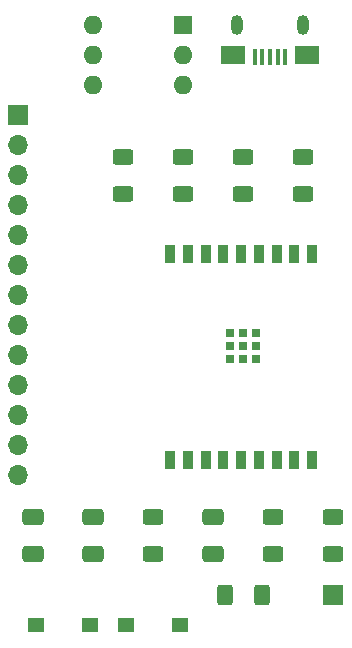
<source format=gbr>
%TF.GenerationSoftware,KiCad,Pcbnew,8.0.4-8.0.4-0~ubuntu22.04.1*%
%TF.CreationDate,2024-08-06T20:40:26+03:00*%
%TF.ProjectId,PM-ESPC3,504d2d45-5350-4433-932e-6b696361645f,rev?*%
%TF.SameCoordinates,Original*%
%TF.FileFunction,Soldermask,Top*%
%TF.FilePolarity,Negative*%
%FSLAX46Y46*%
G04 Gerber Fmt 4.6, Leading zero omitted, Abs format (unit mm)*
G04 Created by KiCad (PCBNEW 8.0.4-8.0.4-0~ubuntu22.04.1) date 2024-08-06 20:40:26*
%MOMM*%
%LPD*%
G01*
G04 APERTURE LIST*
G04 Aperture macros list*
%AMRoundRect*
0 Rectangle with rounded corners*
0 $1 Rounding radius*
0 $2 $3 $4 $5 $6 $7 $8 $9 X,Y pos of 4 corners*
0 Add a 4 corners polygon primitive as box body*
4,1,4,$2,$3,$4,$5,$6,$7,$8,$9,$2,$3,0*
0 Add four circle primitives for the rounded corners*
1,1,$1+$1,$2,$3*
1,1,$1+$1,$4,$5*
1,1,$1+$1,$6,$7*
1,1,$1+$1,$8,$9*
0 Add four rect primitives between the rounded corners*
20,1,$1+$1,$2,$3,$4,$5,0*
20,1,$1+$1,$4,$5,$6,$7,0*
20,1,$1+$1,$6,$7,$8,$9,0*
20,1,$1+$1,$8,$9,$2,$3,0*%
G04 Aperture macros list end*
%ADD10R,1.346200X1.244600*%
%ADD11RoundRect,0.250000X-0.650000X0.412500X-0.650000X-0.412500X0.650000X-0.412500X0.650000X0.412500X0*%
%ADD12R,0.889000X1.498600*%
%ADD13R,0.711200X0.711200*%
%ADD14R,0.406400X1.350000*%
%ADD15R,2.108200X1.600200*%
%ADD16O,1.000000X1.700000*%
%ADD17RoundRect,0.250000X-0.625000X0.400000X-0.625000X-0.400000X0.625000X-0.400000X0.625000X0.400000X0*%
%ADD18RoundRect,0.250000X0.400000X0.625000X-0.400000X0.625000X-0.400000X-0.625000X0.400000X-0.625000X0*%
%ADD19RoundRect,0.250000X0.625000X-0.400000X0.625000X0.400000X-0.625000X0.400000X-0.625000X-0.400000X0*%
%ADD20RoundRect,0.250000X0.650000X-0.412500X0.650000X0.412500X-0.650000X0.412500X-0.650000X-0.412500X0*%
%ADD21R,1.600000X1.600000*%
%ADD22O,1.600000X1.600000*%
%ADD23R,1.700000X1.700000*%
%ADD24O,1.700000X1.700000*%
G04 APERTURE END LIST*
D10*
%TO.C,SW2*%
X61214000Y-121920000D03*
X65786000Y-121920000D03*
%TD*%
D11*
%TO.C,C1*%
X76200000Y-112737500D03*
X76200000Y-115862500D03*
%TD*%
D12*
%TO.C,U1*%
X72540002Y-107950000D03*
X74040001Y-107950000D03*
X75540001Y-107950000D03*
X77040000Y-107950000D03*
X78540000Y-107950000D03*
X80040000Y-107950000D03*
X81540002Y-107950000D03*
X83040001Y-107950000D03*
X84540001Y-107950000D03*
X84539998Y-90450000D03*
X83039999Y-90450000D03*
X81539999Y-90450000D03*
X80040000Y-90450000D03*
X78540000Y-90450000D03*
X77040000Y-90450000D03*
X75539998Y-90450000D03*
X74039999Y-90450000D03*
X72539999Y-90450000D03*
D13*
X77640000Y-99340000D03*
X78740000Y-99340000D03*
X79840000Y-99340000D03*
X77640000Y-98240000D03*
X78740000Y-98240000D03*
X79840000Y-98240000D03*
X77640000Y-97140000D03*
X78740000Y-97140000D03*
X79840000Y-97140000D03*
%TD*%
D14*
%TO.C,J1*%
X82295000Y-73795108D03*
X81645014Y-73795108D03*
X80995028Y-73795108D03*
X80345042Y-73795108D03*
D15*
X84095027Y-73670000D03*
D16*
X83820029Y-71119992D03*
D14*
X79695056Y-73795108D03*
D16*
X78170027Y-71119992D03*
D15*
X77895029Y-73670000D03*
%TD*%
D17*
%TO.C,R7*%
X73660000Y-82270000D03*
X73660000Y-85370000D03*
%TD*%
%TO.C,R5*%
X83820000Y-82270000D03*
X83820000Y-85370000D03*
%TD*%
D18*
%TO.C,R4*%
X80290000Y-119380000D03*
X77190000Y-119380000D03*
%TD*%
D11*
%TO.C,C3*%
X60960000Y-112737500D03*
X60960000Y-115862500D03*
%TD*%
D19*
%TO.C,R2*%
X81280000Y-115850000D03*
X81280000Y-112750000D03*
%TD*%
%TO.C,R3*%
X86360000Y-115850000D03*
X86360000Y-112750000D03*
%TD*%
D10*
%TO.C,SW1*%
X68834000Y-121920000D03*
X73406000Y-121920000D03*
%TD*%
D17*
%TO.C,R6*%
X78740000Y-82270000D03*
X78740000Y-85370000D03*
%TD*%
D19*
%TO.C,R1*%
X71120000Y-115850000D03*
X71120000Y-112750000D03*
%TD*%
D20*
%TO.C,C2*%
X66040000Y-115862500D03*
X66040000Y-112737500D03*
%TD*%
D17*
%TO.C,R8*%
X68580000Y-82270000D03*
X68580000Y-85370000D03*
%TD*%
D21*
%TO.C,SW3*%
X73660000Y-71120000D03*
D22*
X73660000Y-73660000D03*
X73660000Y-76200000D03*
X66040000Y-76200000D03*
X66040000Y-73660000D03*
X66040000Y-71120000D03*
%TD*%
D23*
%TO.C,J2*%
X59690000Y-78740000D03*
D24*
X59690000Y-81280000D03*
X59690000Y-83820000D03*
X59690000Y-86360000D03*
X59690000Y-88900000D03*
X59690000Y-91440000D03*
X59690000Y-93980000D03*
X59690000Y-96520000D03*
X59690000Y-99060000D03*
X59690000Y-101600000D03*
X59690000Y-104140000D03*
X59690000Y-106680000D03*
X59690000Y-109220000D03*
%TD*%
D23*
%TO.C,J3*%
X86360000Y-119380000D03*
%TD*%
M02*

</source>
